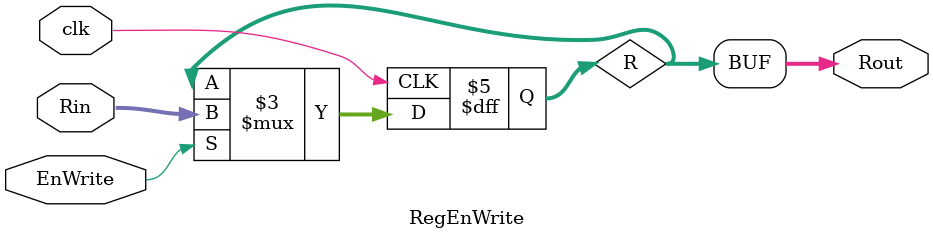
<source format=v>
`timescale 1ns / 1ps
module RegEnWrite(
    input clk, input [19:0] Rin, output [19:0] Rout ,input EnWrite
    );
	reg [19:0]R;
	//reg [11:0]Rout;
	assign Rout = R;
	initial begin R = 20'b0; end
	always @ (negedge clk) 
	  begin
		if (EnWrite) begin
			R <= Rin;
			end
			  
	  end
endmodule

</source>
